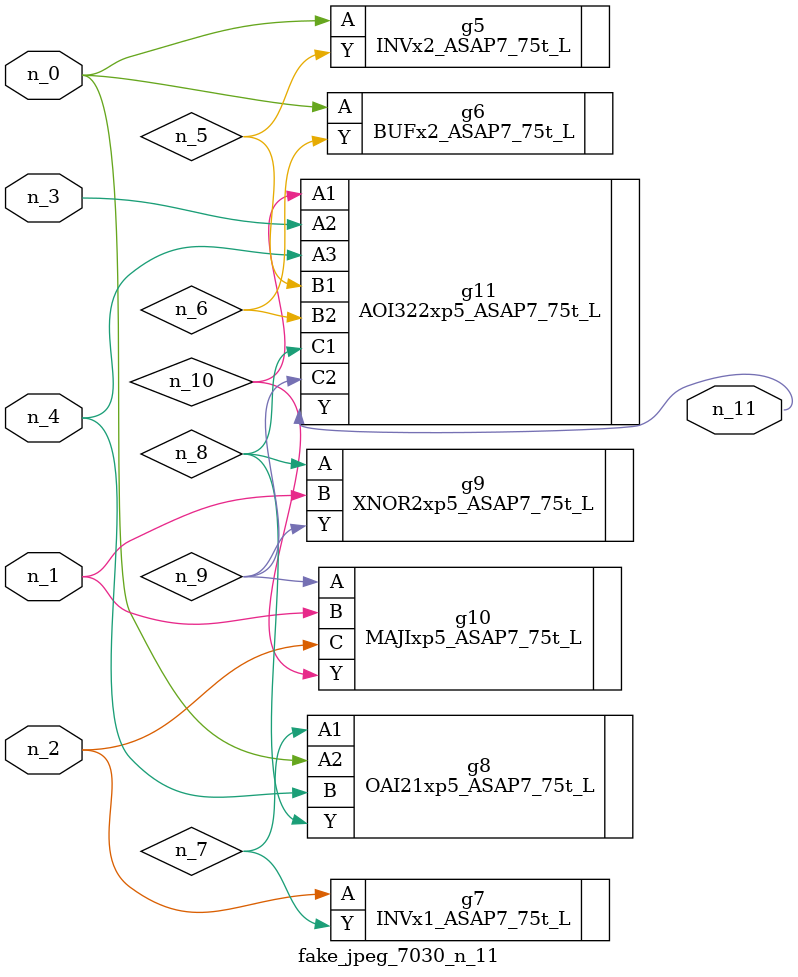
<source format=v>
module fake_jpeg_7030_n_11 (n_3, n_2, n_1, n_0, n_4, n_11);

input n_3;
input n_2;
input n_1;
input n_0;
input n_4;

output n_11;

wire n_10;
wire n_8;
wire n_9;
wire n_6;
wire n_5;
wire n_7;

INVx2_ASAP7_75t_L g5 ( 
.A(n_0),
.Y(n_5)
);

BUFx2_ASAP7_75t_L g6 ( 
.A(n_0),
.Y(n_6)
);

INVx1_ASAP7_75t_L g7 ( 
.A(n_2),
.Y(n_7)
);

OAI21xp5_ASAP7_75t_L g8 ( 
.A1(n_7),
.A2(n_0),
.B(n_4),
.Y(n_8)
);

XNOR2xp5_ASAP7_75t_L g9 ( 
.A(n_8),
.B(n_1),
.Y(n_9)
);

MAJIxp5_ASAP7_75t_L g10 ( 
.A(n_9),
.B(n_1),
.C(n_2),
.Y(n_10)
);

AOI322xp5_ASAP7_75t_L g11 ( 
.A1(n_10),
.A2(n_3),
.A3(n_4),
.B1(n_5),
.B2(n_6),
.C1(n_8),
.C2(n_9),
.Y(n_11)
);


endmodule
</source>
